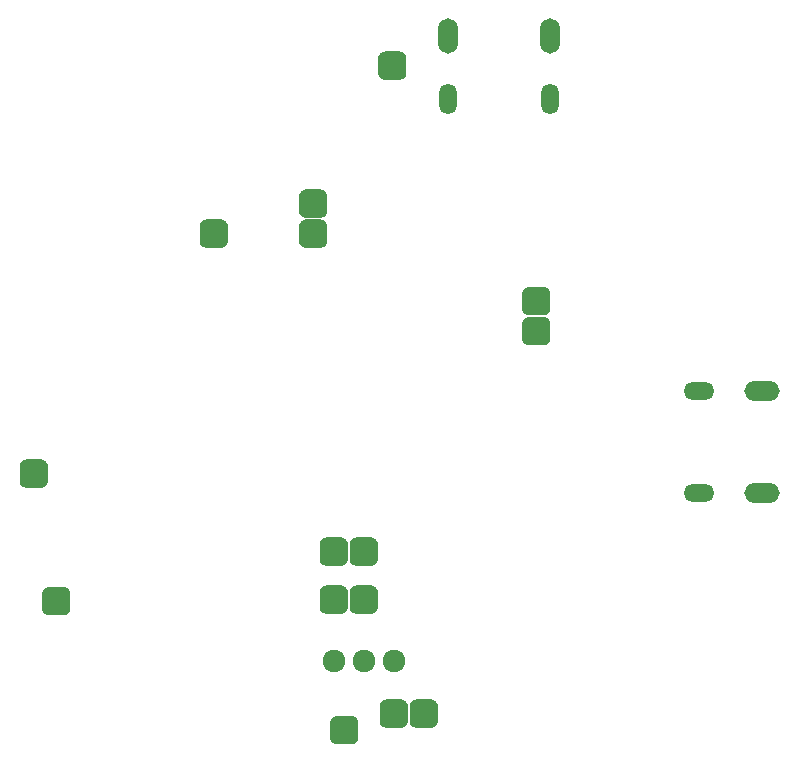
<source format=gbr>
G04 #@! TF.GenerationSoftware,KiCad,Pcbnew,(5.0.0)*
G04 #@! TF.CreationDate,2020-04-23T16:21:58-04:00*
G04 #@! TF.ProjectId,Lighting,4C69676874696E672E6B696361645F70,1*
G04 #@! TF.SameCoordinates,Original*
G04 #@! TF.FileFunction,Soldermask,Bot*
G04 #@! TF.FilePolarity,Negative*
%FSLAX46Y46*%
G04 Gerber Fmt 4.6, Leading zero omitted, Abs format (unit mm)*
G04 Created by KiCad (PCBNEW (5.0.0)) date 04/23/20 16:21:58*
%MOMM*%
%LPD*%
G01*
G04 APERTURE LIST*
%ADD10C,0.100000*%
%ADD11C,2.400000*%
%ADD12C,1.924000*%
%ADD13O,3.000000X1.700000*%
%ADD14O,2.600000X1.500000*%
%ADD15O,1.500000X2.600000*%
%ADD16O,1.700000X3.000000*%
G04 APERTURE END LIST*
D10*
G04 #@! TO.C,JP1*
G36*
X248943810Y-83257889D02*
X249002054Y-83266529D01*
X249059171Y-83280836D01*
X249114610Y-83300672D01*
X249167838Y-83325847D01*
X249218342Y-83356118D01*
X249265636Y-83391194D01*
X249309264Y-83430736D01*
X249348806Y-83474364D01*
X249383882Y-83521658D01*
X249414153Y-83572162D01*
X249439328Y-83625390D01*
X249459164Y-83680829D01*
X249473471Y-83737946D01*
X249482111Y-83796190D01*
X249485000Y-83855000D01*
X249485000Y-85055000D01*
X249482111Y-85113810D01*
X249473471Y-85172054D01*
X249459164Y-85229171D01*
X249439328Y-85284610D01*
X249414153Y-85337838D01*
X249383882Y-85388342D01*
X249348806Y-85435636D01*
X249309264Y-85479264D01*
X249265636Y-85518806D01*
X249218342Y-85553882D01*
X249167838Y-85584153D01*
X249114610Y-85609328D01*
X249059171Y-85629164D01*
X249002054Y-85643471D01*
X248943810Y-85652111D01*
X248885000Y-85655000D01*
X247685000Y-85655000D01*
X247626190Y-85652111D01*
X247567946Y-85643471D01*
X247510829Y-85629164D01*
X247455390Y-85609328D01*
X247402162Y-85584153D01*
X247351658Y-85553882D01*
X247304364Y-85518806D01*
X247260736Y-85479264D01*
X247221194Y-85435636D01*
X247186118Y-85388342D01*
X247155847Y-85337838D01*
X247130672Y-85284610D01*
X247110836Y-85229171D01*
X247096529Y-85172054D01*
X247087889Y-85113810D01*
X247085000Y-85055000D01*
X247085000Y-83855000D01*
X247087889Y-83796190D01*
X247096529Y-83737946D01*
X247110836Y-83680829D01*
X247130672Y-83625390D01*
X247155847Y-83572162D01*
X247186118Y-83521658D01*
X247221194Y-83474364D01*
X247260736Y-83430736D01*
X247304364Y-83391194D01*
X247351658Y-83356118D01*
X247402162Y-83325847D01*
X247455390Y-83300672D01*
X247510829Y-83280836D01*
X247567946Y-83266529D01*
X247626190Y-83257889D01*
X247685000Y-83255000D01*
X248885000Y-83255000D01*
X248943810Y-83257889D01*
X248943810Y-83257889D01*
G37*
D11*
X248285000Y-84455000D03*
D10*
G36*
X248943810Y-85797889D02*
X249002054Y-85806529D01*
X249059171Y-85820836D01*
X249114610Y-85840672D01*
X249167838Y-85865847D01*
X249218342Y-85896118D01*
X249265636Y-85931194D01*
X249309264Y-85970736D01*
X249348806Y-86014364D01*
X249383882Y-86061658D01*
X249414153Y-86112162D01*
X249439328Y-86165390D01*
X249459164Y-86220829D01*
X249473471Y-86277946D01*
X249482111Y-86336190D01*
X249485000Y-86395000D01*
X249485000Y-87595000D01*
X249482111Y-87653810D01*
X249473471Y-87712054D01*
X249459164Y-87769171D01*
X249439328Y-87824610D01*
X249414153Y-87877838D01*
X249383882Y-87928342D01*
X249348806Y-87975636D01*
X249309264Y-88019264D01*
X249265636Y-88058806D01*
X249218342Y-88093882D01*
X249167838Y-88124153D01*
X249114610Y-88149328D01*
X249059171Y-88169164D01*
X249002054Y-88183471D01*
X248943810Y-88192111D01*
X248885000Y-88195000D01*
X247685000Y-88195000D01*
X247626190Y-88192111D01*
X247567946Y-88183471D01*
X247510829Y-88169164D01*
X247455390Y-88149328D01*
X247402162Y-88124153D01*
X247351658Y-88093882D01*
X247304364Y-88058806D01*
X247260736Y-88019264D01*
X247221194Y-87975636D01*
X247186118Y-87928342D01*
X247155847Y-87877838D01*
X247130672Y-87824610D01*
X247110836Y-87769171D01*
X247096529Y-87712054D01*
X247087889Y-87653810D01*
X247085000Y-87595000D01*
X247085000Y-86395000D01*
X247087889Y-86336190D01*
X247096529Y-86277946D01*
X247110836Y-86220829D01*
X247130672Y-86165390D01*
X247155847Y-86112162D01*
X247186118Y-86061658D01*
X247221194Y-86014364D01*
X247260736Y-85970736D01*
X247304364Y-85931194D01*
X247351658Y-85896118D01*
X247402162Y-85865847D01*
X247455390Y-85840672D01*
X247510829Y-85820836D01*
X247567946Y-85806529D01*
X247626190Y-85797889D01*
X247685000Y-85795000D01*
X248885000Y-85795000D01*
X248943810Y-85797889D01*
X248943810Y-85797889D01*
G37*
D11*
X248285000Y-86995000D03*
G04 #@! TD*
D10*
G04 #@! TO.C,JP2*
G36*
X239418810Y-118182889D02*
X239477054Y-118191529D01*
X239534171Y-118205836D01*
X239589610Y-118225672D01*
X239642838Y-118250847D01*
X239693342Y-118281118D01*
X239740636Y-118316194D01*
X239784264Y-118355736D01*
X239823806Y-118399364D01*
X239858882Y-118446658D01*
X239889153Y-118497162D01*
X239914328Y-118550390D01*
X239934164Y-118605829D01*
X239948471Y-118662946D01*
X239957111Y-118721190D01*
X239960000Y-118780000D01*
X239960000Y-119980000D01*
X239957111Y-120038810D01*
X239948471Y-120097054D01*
X239934164Y-120154171D01*
X239914328Y-120209610D01*
X239889153Y-120262838D01*
X239858882Y-120313342D01*
X239823806Y-120360636D01*
X239784264Y-120404264D01*
X239740636Y-120443806D01*
X239693342Y-120478882D01*
X239642838Y-120509153D01*
X239589610Y-120534328D01*
X239534171Y-120554164D01*
X239477054Y-120568471D01*
X239418810Y-120577111D01*
X239360000Y-120580000D01*
X238160000Y-120580000D01*
X238101190Y-120577111D01*
X238042946Y-120568471D01*
X237985829Y-120554164D01*
X237930390Y-120534328D01*
X237877162Y-120509153D01*
X237826658Y-120478882D01*
X237779364Y-120443806D01*
X237735736Y-120404264D01*
X237696194Y-120360636D01*
X237661118Y-120313342D01*
X237630847Y-120262838D01*
X237605672Y-120209610D01*
X237585836Y-120154171D01*
X237571529Y-120097054D01*
X237562889Y-120038810D01*
X237560000Y-119980000D01*
X237560000Y-118780000D01*
X237562889Y-118721190D01*
X237571529Y-118662946D01*
X237585836Y-118605829D01*
X237605672Y-118550390D01*
X237630847Y-118497162D01*
X237661118Y-118446658D01*
X237696194Y-118399364D01*
X237735736Y-118355736D01*
X237779364Y-118316194D01*
X237826658Y-118281118D01*
X237877162Y-118250847D01*
X237930390Y-118225672D01*
X237985829Y-118205836D01*
X238042946Y-118191529D01*
X238101190Y-118182889D01*
X238160000Y-118180000D01*
X239360000Y-118180000D01*
X239418810Y-118182889D01*
X239418810Y-118182889D01*
G37*
D11*
X238760000Y-119380000D03*
D10*
G36*
X236878810Y-118182889D02*
X236937054Y-118191529D01*
X236994171Y-118205836D01*
X237049610Y-118225672D01*
X237102838Y-118250847D01*
X237153342Y-118281118D01*
X237200636Y-118316194D01*
X237244264Y-118355736D01*
X237283806Y-118399364D01*
X237318882Y-118446658D01*
X237349153Y-118497162D01*
X237374328Y-118550390D01*
X237394164Y-118605829D01*
X237408471Y-118662946D01*
X237417111Y-118721190D01*
X237420000Y-118780000D01*
X237420000Y-119980000D01*
X237417111Y-120038810D01*
X237408471Y-120097054D01*
X237394164Y-120154171D01*
X237374328Y-120209610D01*
X237349153Y-120262838D01*
X237318882Y-120313342D01*
X237283806Y-120360636D01*
X237244264Y-120404264D01*
X237200636Y-120443806D01*
X237153342Y-120478882D01*
X237102838Y-120509153D01*
X237049610Y-120534328D01*
X236994171Y-120554164D01*
X236937054Y-120568471D01*
X236878810Y-120577111D01*
X236820000Y-120580000D01*
X235620000Y-120580000D01*
X235561190Y-120577111D01*
X235502946Y-120568471D01*
X235445829Y-120554164D01*
X235390390Y-120534328D01*
X235337162Y-120509153D01*
X235286658Y-120478882D01*
X235239364Y-120443806D01*
X235195736Y-120404264D01*
X235156194Y-120360636D01*
X235121118Y-120313342D01*
X235090847Y-120262838D01*
X235065672Y-120209610D01*
X235045836Y-120154171D01*
X235031529Y-120097054D01*
X235022889Y-120038810D01*
X235020000Y-119980000D01*
X235020000Y-118780000D01*
X235022889Y-118721190D01*
X235031529Y-118662946D01*
X235045836Y-118605829D01*
X235065672Y-118550390D01*
X235090847Y-118497162D01*
X235121118Y-118446658D01*
X235156194Y-118399364D01*
X235195736Y-118355736D01*
X235239364Y-118316194D01*
X235286658Y-118281118D01*
X235337162Y-118250847D01*
X235390390Y-118225672D01*
X235445829Y-118205836D01*
X235502946Y-118191529D01*
X235561190Y-118182889D01*
X235620000Y-118180000D01*
X236820000Y-118180000D01*
X236878810Y-118182889D01*
X236878810Y-118182889D01*
G37*
D11*
X236220000Y-119380000D03*
G04 #@! TD*
D10*
G04 #@! TO.C,JP3*
G36*
X231798810Y-108530889D02*
X231857054Y-108539529D01*
X231914171Y-108553836D01*
X231969610Y-108573672D01*
X232022838Y-108598847D01*
X232073342Y-108629118D01*
X232120636Y-108664194D01*
X232164264Y-108703736D01*
X232203806Y-108747364D01*
X232238882Y-108794658D01*
X232269153Y-108845162D01*
X232294328Y-108898390D01*
X232314164Y-108953829D01*
X232328471Y-109010946D01*
X232337111Y-109069190D01*
X232340000Y-109128000D01*
X232340000Y-110328000D01*
X232337111Y-110386810D01*
X232328471Y-110445054D01*
X232314164Y-110502171D01*
X232294328Y-110557610D01*
X232269153Y-110610838D01*
X232238882Y-110661342D01*
X232203806Y-110708636D01*
X232164264Y-110752264D01*
X232120636Y-110791806D01*
X232073342Y-110826882D01*
X232022838Y-110857153D01*
X231969610Y-110882328D01*
X231914171Y-110902164D01*
X231857054Y-110916471D01*
X231798810Y-110925111D01*
X231740000Y-110928000D01*
X230540000Y-110928000D01*
X230481190Y-110925111D01*
X230422946Y-110916471D01*
X230365829Y-110902164D01*
X230310390Y-110882328D01*
X230257162Y-110857153D01*
X230206658Y-110826882D01*
X230159364Y-110791806D01*
X230115736Y-110752264D01*
X230076194Y-110708636D01*
X230041118Y-110661342D01*
X230010847Y-110610838D01*
X229985672Y-110557610D01*
X229965836Y-110502171D01*
X229951529Y-110445054D01*
X229942889Y-110386810D01*
X229940000Y-110328000D01*
X229940000Y-109128000D01*
X229942889Y-109069190D01*
X229951529Y-109010946D01*
X229965836Y-108953829D01*
X229985672Y-108898390D01*
X230010847Y-108845162D01*
X230041118Y-108794658D01*
X230076194Y-108747364D01*
X230115736Y-108703736D01*
X230159364Y-108664194D01*
X230206658Y-108629118D01*
X230257162Y-108598847D01*
X230310390Y-108573672D01*
X230365829Y-108553836D01*
X230422946Y-108539529D01*
X230481190Y-108530889D01*
X230540000Y-108528000D01*
X231740000Y-108528000D01*
X231798810Y-108530889D01*
X231798810Y-108530889D01*
G37*
D11*
X231140000Y-109728000D03*
D10*
G36*
X234338810Y-108530889D02*
X234397054Y-108539529D01*
X234454171Y-108553836D01*
X234509610Y-108573672D01*
X234562838Y-108598847D01*
X234613342Y-108629118D01*
X234660636Y-108664194D01*
X234704264Y-108703736D01*
X234743806Y-108747364D01*
X234778882Y-108794658D01*
X234809153Y-108845162D01*
X234834328Y-108898390D01*
X234854164Y-108953829D01*
X234868471Y-109010946D01*
X234877111Y-109069190D01*
X234880000Y-109128000D01*
X234880000Y-110328000D01*
X234877111Y-110386810D01*
X234868471Y-110445054D01*
X234854164Y-110502171D01*
X234834328Y-110557610D01*
X234809153Y-110610838D01*
X234778882Y-110661342D01*
X234743806Y-110708636D01*
X234704264Y-110752264D01*
X234660636Y-110791806D01*
X234613342Y-110826882D01*
X234562838Y-110857153D01*
X234509610Y-110882328D01*
X234454171Y-110902164D01*
X234397054Y-110916471D01*
X234338810Y-110925111D01*
X234280000Y-110928000D01*
X233080000Y-110928000D01*
X233021190Y-110925111D01*
X232962946Y-110916471D01*
X232905829Y-110902164D01*
X232850390Y-110882328D01*
X232797162Y-110857153D01*
X232746658Y-110826882D01*
X232699364Y-110791806D01*
X232655736Y-110752264D01*
X232616194Y-110708636D01*
X232581118Y-110661342D01*
X232550847Y-110610838D01*
X232525672Y-110557610D01*
X232505836Y-110502171D01*
X232491529Y-110445054D01*
X232482889Y-110386810D01*
X232480000Y-110328000D01*
X232480000Y-109128000D01*
X232482889Y-109069190D01*
X232491529Y-109010946D01*
X232505836Y-108953829D01*
X232525672Y-108898390D01*
X232550847Y-108845162D01*
X232581118Y-108794658D01*
X232616194Y-108747364D01*
X232655736Y-108703736D01*
X232699364Y-108664194D01*
X232746658Y-108629118D01*
X232797162Y-108598847D01*
X232850390Y-108573672D01*
X232905829Y-108553836D01*
X232962946Y-108539529D01*
X233021190Y-108530889D01*
X233080000Y-108528000D01*
X234280000Y-108528000D01*
X234338810Y-108530889D01*
X234338810Y-108530889D01*
G37*
D11*
X233680000Y-109728000D03*
G04 #@! TD*
D10*
G04 #@! TO.C,JP4*
G36*
X231798810Y-104466889D02*
X231857054Y-104475529D01*
X231914171Y-104489836D01*
X231969610Y-104509672D01*
X232022838Y-104534847D01*
X232073342Y-104565118D01*
X232120636Y-104600194D01*
X232164264Y-104639736D01*
X232203806Y-104683364D01*
X232238882Y-104730658D01*
X232269153Y-104781162D01*
X232294328Y-104834390D01*
X232314164Y-104889829D01*
X232328471Y-104946946D01*
X232337111Y-105005190D01*
X232340000Y-105064000D01*
X232340000Y-106264000D01*
X232337111Y-106322810D01*
X232328471Y-106381054D01*
X232314164Y-106438171D01*
X232294328Y-106493610D01*
X232269153Y-106546838D01*
X232238882Y-106597342D01*
X232203806Y-106644636D01*
X232164264Y-106688264D01*
X232120636Y-106727806D01*
X232073342Y-106762882D01*
X232022838Y-106793153D01*
X231969610Y-106818328D01*
X231914171Y-106838164D01*
X231857054Y-106852471D01*
X231798810Y-106861111D01*
X231740000Y-106864000D01*
X230540000Y-106864000D01*
X230481190Y-106861111D01*
X230422946Y-106852471D01*
X230365829Y-106838164D01*
X230310390Y-106818328D01*
X230257162Y-106793153D01*
X230206658Y-106762882D01*
X230159364Y-106727806D01*
X230115736Y-106688264D01*
X230076194Y-106644636D01*
X230041118Y-106597342D01*
X230010847Y-106546838D01*
X229985672Y-106493610D01*
X229965836Y-106438171D01*
X229951529Y-106381054D01*
X229942889Y-106322810D01*
X229940000Y-106264000D01*
X229940000Y-105064000D01*
X229942889Y-105005190D01*
X229951529Y-104946946D01*
X229965836Y-104889829D01*
X229985672Y-104834390D01*
X230010847Y-104781162D01*
X230041118Y-104730658D01*
X230076194Y-104683364D01*
X230115736Y-104639736D01*
X230159364Y-104600194D01*
X230206658Y-104565118D01*
X230257162Y-104534847D01*
X230310390Y-104509672D01*
X230365829Y-104489836D01*
X230422946Y-104475529D01*
X230481190Y-104466889D01*
X230540000Y-104464000D01*
X231740000Y-104464000D01*
X231798810Y-104466889D01*
X231798810Y-104466889D01*
G37*
D11*
X231140000Y-105664000D03*
D10*
G36*
X234338810Y-104466889D02*
X234397054Y-104475529D01*
X234454171Y-104489836D01*
X234509610Y-104509672D01*
X234562838Y-104534847D01*
X234613342Y-104565118D01*
X234660636Y-104600194D01*
X234704264Y-104639736D01*
X234743806Y-104683364D01*
X234778882Y-104730658D01*
X234809153Y-104781162D01*
X234834328Y-104834390D01*
X234854164Y-104889829D01*
X234868471Y-104946946D01*
X234877111Y-105005190D01*
X234880000Y-105064000D01*
X234880000Y-106264000D01*
X234877111Y-106322810D01*
X234868471Y-106381054D01*
X234854164Y-106438171D01*
X234834328Y-106493610D01*
X234809153Y-106546838D01*
X234778882Y-106597342D01*
X234743806Y-106644636D01*
X234704264Y-106688264D01*
X234660636Y-106727806D01*
X234613342Y-106762882D01*
X234562838Y-106793153D01*
X234509610Y-106818328D01*
X234454171Y-106838164D01*
X234397054Y-106852471D01*
X234338810Y-106861111D01*
X234280000Y-106864000D01*
X233080000Y-106864000D01*
X233021190Y-106861111D01*
X232962946Y-106852471D01*
X232905829Y-106838164D01*
X232850390Y-106818328D01*
X232797162Y-106793153D01*
X232746658Y-106762882D01*
X232699364Y-106727806D01*
X232655736Y-106688264D01*
X232616194Y-106644636D01*
X232581118Y-106597342D01*
X232550847Y-106546838D01*
X232525672Y-106493610D01*
X232505836Y-106438171D01*
X232491529Y-106381054D01*
X232482889Y-106322810D01*
X232480000Y-106264000D01*
X232480000Y-105064000D01*
X232482889Y-105005190D01*
X232491529Y-104946946D01*
X232505836Y-104889829D01*
X232525672Y-104834390D01*
X232550847Y-104781162D01*
X232581118Y-104730658D01*
X232616194Y-104683364D01*
X232655736Y-104639736D01*
X232699364Y-104600194D01*
X232746658Y-104565118D01*
X232797162Y-104534847D01*
X232850390Y-104509672D01*
X232905829Y-104489836D01*
X232962946Y-104475529D01*
X233021190Y-104466889D01*
X233080000Y-104464000D01*
X234280000Y-104464000D01*
X234338810Y-104466889D01*
X234338810Y-104466889D01*
G37*
D11*
X233680000Y-105664000D03*
G04 #@! TD*
D10*
G04 #@! TO.C,JP5*
G36*
X230046210Y-77542889D02*
X230104454Y-77551529D01*
X230161571Y-77565836D01*
X230217010Y-77585672D01*
X230270238Y-77610847D01*
X230320742Y-77641118D01*
X230368036Y-77676194D01*
X230411664Y-77715736D01*
X230451206Y-77759364D01*
X230486282Y-77806658D01*
X230516553Y-77857162D01*
X230541728Y-77910390D01*
X230561564Y-77965829D01*
X230575871Y-78022946D01*
X230584511Y-78081190D01*
X230587400Y-78140000D01*
X230587400Y-79340000D01*
X230584511Y-79398810D01*
X230575871Y-79457054D01*
X230561564Y-79514171D01*
X230541728Y-79569610D01*
X230516553Y-79622838D01*
X230486282Y-79673342D01*
X230451206Y-79720636D01*
X230411664Y-79764264D01*
X230368036Y-79803806D01*
X230320742Y-79838882D01*
X230270238Y-79869153D01*
X230217010Y-79894328D01*
X230161571Y-79914164D01*
X230104454Y-79928471D01*
X230046210Y-79937111D01*
X229987400Y-79940000D01*
X228787400Y-79940000D01*
X228728590Y-79937111D01*
X228670346Y-79928471D01*
X228613229Y-79914164D01*
X228557790Y-79894328D01*
X228504562Y-79869153D01*
X228454058Y-79838882D01*
X228406764Y-79803806D01*
X228363136Y-79764264D01*
X228323594Y-79720636D01*
X228288518Y-79673342D01*
X228258247Y-79622838D01*
X228233072Y-79569610D01*
X228213236Y-79514171D01*
X228198929Y-79457054D01*
X228190289Y-79398810D01*
X228187400Y-79340000D01*
X228187400Y-78140000D01*
X228190289Y-78081190D01*
X228198929Y-78022946D01*
X228213236Y-77965829D01*
X228233072Y-77910390D01*
X228258247Y-77857162D01*
X228288518Y-77806658D01*
X228323594Y-77759364D01*
X228363136Y-77715736D01*
X228406764Y-77676194D01*
X228454058Y-77641118D01*
X228504562Y-77610847D01*
X228557790Y-77585672D01*
X228613229Y-77565836D01*
X228670346Y-77551529D01*
X228728590Y-77542889D01*
X228787400Y-77540000D01*
X229987400Y-77540000D01*
X230046210Y-77542889D01*
X230046210Y-77542889D01*
G37*
D11*
X229387400Y-78740000D03*
D10*
G36*
X230046210Y-75002889D02*
X230104454Y-75011529D01*
X230161571Y-75025836D01*
X230217010Y-75045672D01*
X230270238Y-75070847D01*
X230320742Y-75101118D01*
X230368036Y-75136194D01*
X230411664Y-75175736D01*
X230451206Y-75219364D01*
X230486282Y-75266658D01*
X230516553Y-75317162D01*
X230541728Y-75370390D01*
X230561564Y-75425829D01*
X230575871Y-75482946D01*
X230584511Y-75541190D01*
X230587400Y-75600000D01*
X230587400Y-76800000D01*
X230584511Y-76858810D01*
X230575871Y-76917054D01*
X230561564Y-76974171D01*
X230541728Y-77029610D01*
X230516553Y-77082838D01*
X230486282Y-77133342D01*
X230451206Y-77180636D01*
X230411664Y-77224264D01*
X230368036Y-77263806D01*
X230320742Y-77298882D01*
X230270238Y-77329153D01*
X230217010Y-77354328D01*
X230161571Y-77374164D01*
X230104454Y-77388471D01*
X230046210Y-77397111D01*
X229987400Y-77400000D01*
X228787400Y-77400000D01*
X228728590Y-77397111D01*
X228670346Y-77388471D01*
X228613229Y-77374164D01*
X228557790Y-77354328D01*
X228504562Y-77329153D01*
X228454058Y-77298882D01*
X228406764Y-77263806D01*
X228363136Y-77224264D01*
X228323594Y-77180636D01*
X228288518Y-77133342D01*
X228258247Y-77082838D01*
X228233072Y-77029610D01*
X228213236Y-76974171D01*
X228198929Y-76917054D01*
X228190289Y-76858810D01*
X228187400Y-76800000D01*
X228187400Y-75600000D01*
X228190289Y-75541190D01*
X228198929Y-75482946D01*
X228213236Y-75425829D01*
X228233072Y-75370390D01*
X228258247Y-75317162D01*
X228288518Y-75266658D01*
X228323594Y-75219364D01*
X228363136Y-75175736D01*
X228406764Y-75136194D01*
X228454058Y-75101118D01*
X228504562Y-75070847D01*
X228557790Y-75045672D01*
X228613229Y-75025836D01*
X228670346Y-75011529D01*
X228728590Y-75002889D01*
X228787400Y-75000000D01*
X229987400Y-75000000D01*
X230046210Y-75002889D01*
X230046210Y-75002889D01*
G37*
D11*
X229387400Y-76200000D03*
G04 #@! TD*
D12*
G04 #@! TO.C,RV1*
X231140000Y-114935000D03*
X233680000Y-114935000D03*
X236220000Y-114935000D03*
G04 #@! TD*
D10*
G04 #@! TO.C,TP1*
G36*
X206398810Y-97862889D02*
X206457054Y-97871529D01*
X206514171Y-97885836D01*
X206569610Y-97905672D01*
X206622838Y-97930847D01*
X206673342Y-97961118D01*
X206720636Y-97996194D01*
X206764264Y-98035736D01*
X206803806Y-98079364D01*
X206838882Y-98126658D01*
X206869153Y-98177162D01*
X206894328Y-98230390D01*
X206914164Y-98285829D01*
X206928471Y-98342946D01*
X206937111Y-98401190D01*
X206940000Y-98460000D01*
X206940000Y-99660000D01*
X206937111Y-99718810D01*
X206928471Y-99777054D01*
X206914164Y-99834171D01*
X206894328Y-99889610D01*
X206869153Y-99942838D01*
X206838882Y-99993342D01*
X206803806Y-100040636D01*
X206764264Y-100084264D01*
X206720636Y-100123806D01*
X206673342Y-100158882D01*
X206622838Y-100189153D01*
X206569610Y-100214328D01*
X206514171Y-100234164D01*
X206457054Y-100248471D01*
X206398810Y-100257111D01*
X206340000Y-100260000D01*
X205140000Y-100260000D01*
X205081190Y-100257111D01*
X205022946Y-100248471D01*
X204965829Y-100234164D01*
X204910390Y-100214328D01*
X204857162Y-100189153D01*
X204806658Y-100158882D01*
X204759364Y-100123806D01*
X204715736Y-100084264D01*
X204676194Y-100040636D01*
X204641118Y-99993342D01*
X204610847Y-99942838D01*
X204585672Y-99889610D01*
X204565836Y-99834171D01*
X204551529Y-99777054D01*
X204542889Y-99718810D01*
X204540000Y-99660000D01*
X204540000Y-98460000D01*
X204542889Y-98401190D01*
X204551529Y-98342946D01*
X204565836Y-98285829D01*
X204585672Y-98230390D01*
X204610847Y-98177162D01*
X204641118Y-98126658D01*
X204676194Y-98079364D01*
X204715736Y-98035736D01*
X204759364Y-97996194D01*
X204806658Y-97961118D01*
X204857162Y-97930847D01*
X204910390Y-97905672D01*
X204965829Y-97885836D01*
X205022946Y-97871529D01*
X205081190Y-97862889D01*
X205140000Y-97860000D01*
X206340000Y-97860000D01*
X206398810Y-97862889D01*
X206398810Y-97862889D01*
G37*
D11*
X205740000Y-99060000D03*
G04 #@! TD*
D10*
G04 #@! TO.C,TP2*
G36*
X236751810Y-63318889D02*
X236810054Y-63327529D01*
X236867171Y-63341836D01*
X236922610Y-63361672D01*
X236975838Y-63386847D01*
X237026342Y-63417118D01*
X237073636Y-63452194D01*
X237117264Y-63491736D01*
X237156806Y-63535364D01*
X237191882Y-63582658D01*
X237222153Y-63633162D01*
X237247328Y-63686390D01*
X237267164Y-63741829D01*
X237281471Y-63798946D01*
X237290111Y-63857190D01*
X237293000Y-63916000D01*
X237293000Y-65116000D01*
X237290111Y-65174810D01*
X237281471Y-65233054D01*
X237267164Y-65290171D01*
X237247328Y-65345610D01*
X237222153Y-65398838D01*
X237191882Y-65449342D01*
X237156806Y-65496636D01*
X237117264Y-65540264D01*
X237073636Y-65579806D01*
X237026342Y-65614882D01*
X236975838Y-65645153D01*
X236922610Y-65670328D01*
X236867171Y-65690164D01*
X236810054Y-65704471D01*
X236751810Y-65713111D01*
X236693000Y-65716000D01*
X235493000Y-65716000D01*
X235434190Y-65713111D01*
X235375946Y-65704471D01*
X235318829Y-65690164D01*
X235263390Y-65670328D01*
X235210162Y-65645153D01*
X235159658Y-65614882D01*
X235112364Y-65579806D01*
X235068736Y-65540264D01*
X235029194Y-65496636D01*
X234994118Y-65449342D01*
X234963847Y-65398838D01*
X234938672Y-65345610D01*
X234918836Y-65290171D01*
X234904529Y-65233054D01*
X234895889Y-65174810D01*
X234893000Y-65116000D01*
X234893000Y-63916000D01*
X234895889Y-63857190D01*
X234904529Y-63798946D01*
X234918836Y-63741829D01*
X234938672Y-63686390D01*
X234963847Y-63633162D01*
X234994118Y-63582658D01*
X235029194Y-63535364D01*
X235068736Y-63491736D01*
X235112364Y-63452194D01*
X235159658Y-63417118D01*
X235210162Y-63386847D01*
X235263390Y-63361672D01*
X235318829Y-63341836D01*
X235375946Y-63327529D01*
X235434190Y-63318889D01*
X235493000Y-63316000D01*
X236693000Y-63316000D01*
X236751810Y-63318889D01*
X236751810Y-63318889D01*
G37*
D11*
X236093000Y-64516000D03*
G04 #@! TD*
D10*
G04 #@! TO.C,TP3*
G36*
X232687810Y-119579889D02*
X232746054Y-119588529D01*
X232803171Y-119602836D01*
X232858610Y-119622672D01*
X232911838Y-119647847D01*
X232962342Y-119678118D01*
X233009636Y-119713194D01*
X233053264Y-119752736D01*
X233092806Y-119796364D01*
X233127882Y-119843658D01*
X233158153Y-119894162D01*
X233183328Y-119947390D01*
X233203164Y-120002829D01*
X233217471Y-120059946D01*
X233226111Y-120118190D01*
X233229000Y-120177000D01*
X233229000Y-121377000D01*
X233226111Y-121435810D01*
X233217471Y-121494054D01*
X233203164Y-121551171D01*
X233183328Y-121606610D01*
X233158153Y-121659838D01*
X233127882Y-121710342D01*
X233092806Y-121757636D01*
X233053264Y-121801264D01*
X233009636Y-121840806D01*
X232962342Y-121875882D01*
X232911838Y-121906153D01*
X232858610Y-121931328D01*
X232803171Y-121951164D01*
X232746054Y-121965471D01*
X232687810Y-121974111D01*
X232629000Y-121977000D01*
X231429000Y-121977000D01*
X231370190Y-121974111D01*
X231311946Y-121965471D01*
X231254829Y-121951164D01*
X231199390Y-121931328D01*
X231146162Y-121906153D01*
X231095658Y-121875882D01*
X231048364Y-121840806D01*
X231004736Y-121801264D01*
X230965194Y-121757636D01*
X230930118Y-121710342D01*
X230899847Y-121659838D01*
X230874672Y-121606610D01*
X230854836Y-121551171D01*
X230840529Y-121494054D01*
X230831889Y-121435810D01*
X230829000Y-121377000D01*
X230829000Y-120177000D01*
X230831889Y-120118190D01*
X230840529Y-120059946D01*
X230854836Y-120002829D01*
X230874672Y-119947390D01*
X230899847Y-119894162D01*
X230930118Y-119843658D01*
X230965194Y-119796364D01*
X231004736Y-119752736D01*
X231048364Y-119713194D01*
X231095658Y-119678118D01*
X231146162Y-119647847D01*
X231199390Y-119622672D01*
X231254829Y-119602836D01*
X231311946Y-119588529D01*
X231370190Y-119579889D01*
X231429000Y-119577000D01*
X232629000Y-119577000D01*
X232687810Y-119579889D01*
X232687810Y-119579889D01*
G37*
D11*
X232029000Y-120777000D03*
G04 #@! TD*
D10*
G04 #@! TO.C,TP4*
G36*
X221638810Y-77542889D02*
X221697054Y-77551529D01*
X221754171Y-77565836D01*
X221809610Y-77585672D01*
X221862838Y-77610847D01*
X221913342Y-77641118D01*
X221960636Y-77676194D01*
X222004264Y-77715736D01*
X222043806Y-77759364D01*
X222078882Y-77806658D01*
X222109153Y-77857162D01*
X222134328Y-77910390D01*
X222154164Y-77965829D01*
X222168471Y-78022946D01*
X222177111Y-78081190D01*
X222180000Y-78140000D01*
X222180000Y-79340000D01*
X222177111Y-79398810D01*
X222168471Y-79457054D01*
X222154164Y-79514171D01*
X222134328Y-79569610D01*
X222109153Y-79622838D01*
X222078882Y-79673342D01*
X222043806Y-79720636D01*
X222004264Y-79764264D01*
X221960636Y-79803806D01*
X221913342Y-79838882D01*
X221862838Y-79869153D01*
X221809610Y-79894328D01*
X221754171Y-79914164D01*
X221697054Y-79928471D01*
X221638810Y-79937111D01*
X221580000Y-79940000D01*
X220380000Y-79940000D01*
X220321190Y-79937111D01*
X220262946Y-79928471D01*
X220205829Y-79914164D01*
X220150390Y-79894328D01*
X220097162Y-79869153D01*
X220046658Y-79838882D01*
X219999364Y-79803806D01*
X219955736Y-79764264D01*
X219916194Y-79720636D01*
X219881118Y-79673342D01*
X219850847Y-79622838D01*
X219825672Y-79569610D01*
X219805836Y-79514171D01*
X219791529Y-79457054D01*
X219782889Y-79398810D01*
X219780000Y-79340000D01*
X219780000Y-78140000D01*
X219782889Y-78081190D01*
X219791529Y-78022946D01*
X219805836Y-77965829D01*
X219825672Y-77910390D01*
X219850847Y-77857162D01*
X219881118Y-77806658D01*
X219916194Y-77759364D01*
X219955736Y-77715736D01*
X219999364Y-77676194D01*
X220046658Y-77641118D01*
X220097162Y-77610847D01*
X220150390Y-77585672D01*
X220205829Y-77565836D01*
X220262946Y-77551529D01*
X220321190Y-77542889D01*
X220380000Y-77540000D01*
X221580000Y-77540000D01*
X221638810Y-77542889D01*
X221638810Y-77542889D01*
G37*
D11*
X220980000Y-78740000D03*
G04 #@! TD*
D10*
G04 #@! TO.C,Vs1*
G36*
X208303810Y-108657889D02*
X208362054Y-108666529D01*
X208419171Y-108680836D01*
X208474610Y-108700672D01*
X208527838Y-108725847D01*
X208578342Y-108756118D01*
X208625636Y-108791194D01*
X208669264Y-108830736D01*
X208708806Y-108874364D01*
X208743882Y-108921658D01*
X208774153Y-108972162D01*
X208799328Y-109025390D01*
X208819164Y-109080829D01*
X208833471Y-109137946D01*
X208842111Y-109196190D01*
X208845000Y-109255000D01*
X208845000Y-110455000D01*
X208842111Y-110513810D01*
X208833471Y-110572054D01*
X208819164Y-110629171D01*
X208799328Y-110684610D01*
X208774153Y-110737838D01*
X208743882Y-110788342D01*
X208708806Y-110835636D01*
X208669264Y-110879264D01*
X208625636Y-110918806D01*
X208578342Y-110953882D01*
X208527838Y-110984153D01*
X208474610Y-111009328D01*
X208419171Y-111029164D01*
X208362054Y-111043471D01*
X208303810Y-111052111D01*
X208245000Y-111055000D01*
X207045000Y-111055000D01*
X206986190Y-111052111D01*
X206927946Y-111043471D01*
X206870829Y-111029164D01*
X206815390Y-111009328D01*
X206762162Y-110984153D01*
X206711658Y-110953882D01*
X206664364Y-110918806D01*
X206620736Y-110879264D01*
X206581194Y-110835636D01*
X206546118Y-110788342D01*
X206515847Y-110737838D01*
X206490672Y-110684610D01*
X206470836Y-110629171D01*
X206456529Y-110572054D01*
X206447889Y-110513810D01*
X206445000Y-110455000D01*
X206445000Y-109255000D01*
X206447889Y-109196190D01*
X206456529Y-109137946D01*
X206470836Y-109080829D01*
X206490672Y-109025390D01*
X206515847Y-108972162D01*
X206546118Y-108921658D01*
X206581194Y-108874364D01*
X206620736Y-108830736D01*
X206664364Y-108791194D01*
X206711658Y-108756118D01*
X206762162Y-108725847D01*
X206815390Y-108700672D01*
X206870829Y-108680836D01*
X206927946Y-108666529D01*
X206986190Y-108657889D01*
X207045000Y-108655000D01*
X208245000Y-108655000D01*
X208303810Y-108657889D01*
X208303810Y-108657889D01*
G37*
D11*
X207645000Y-109855000D03*
G04 #@! TD*
D13*
G04 #@! TO.C,J2*
X267430000Y-92073000D03*
X267430000Y-100713000D03*
D14*
X262070000Y-92073000D03*
X262070000Y-100713000D03*
G04 #@! TD*
D15*
G04 #@! TO.C,J1*
X249430000Y-67368000D03*
X240790000Y-67368000D03*
D16*
X249430000Y-62008000D03*
X240790000Y-62008000D03*
G04 #@! TD*
M02*

</source>
